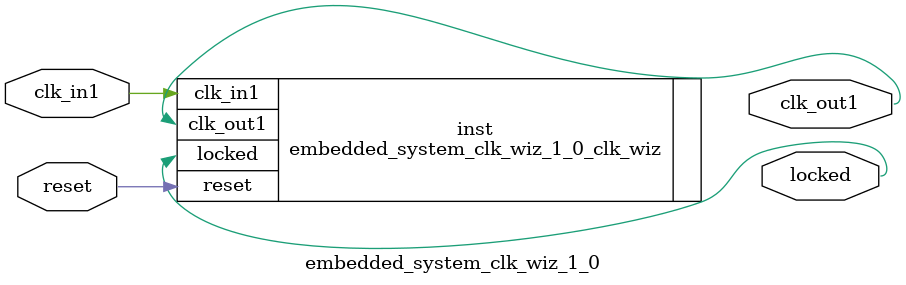
<source format=v>


`timescale 1ps/1ps

(* CORE_GENERATION_INFO = "embedded_system_clk_wiz_1_0,clk_wiz_v6_0_1_0_0,{component_name=embedded_system_clk_wiz_1_0,use_phase_alignment=true,use_min_o_jitter=false,use_max_i_jitter=false,use_dyn_phase_shift=false,use_inclk_switchover=false,use_dyn_reconfig=false,enable_axi=0,feedback_source=FDBK_AUTO,PRIMITIVE=MMCM,num_out_clk=1,clkin1_period=83.333,clkin2_period=10.0,use_power_down=false,use_reset=true,use_locked=true,use_inclk_stopped=false,feedback_type=SINGLE,CLOCK_MGR_TYPE=NA,manual_override=false}" *)

module embedded_system_clk_wiz_1_0 
 (
  // Clock out ports
  output        clk_out1,
  // Status and control signals
  input         reset,
  output        locked,
 // Clock in ports
  input         clk_in1
 );

  embedded_system_clk_wiz_1_0_clk_wiz inst
  (
  // Clock out ports  
  .clk_out1(clk_out1),
  // Status and control signals               
  .reset(reset), 
  .locked(locked),
 // Clock in ports
  .clk_in1(clk_in1)
  );

endmodule

</source>
